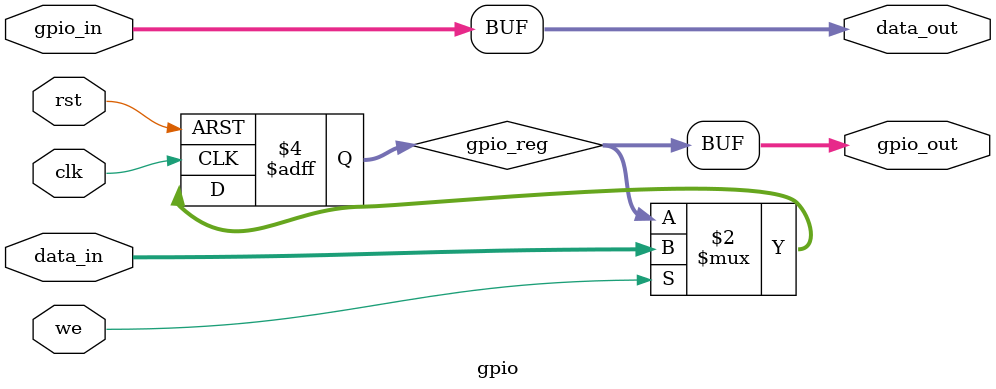
<source format=v>
module gpio (
    input         clk,
    input         rst,
    input  [31:0] data_in,
    input         we,             // Write Enable
    output [31:0] data_out,
    input  [31:0] gpio_in,        // Tín hiệu input vật lý từ ngoài
    output [31:0] gpio_out        // Tín hiệu output vật lý
);

    reg [31:0] gpio_reg;

    always @(posedge clk or posedge rst) begin
        if (rst)
            gpio_reg <= 32'b0;
        else if (we)
            gpio_reg <= data_in;
    end

    assign data_out = gpio_in;
    assign gpio_out = gpio_reg;

endmodule

</source>
